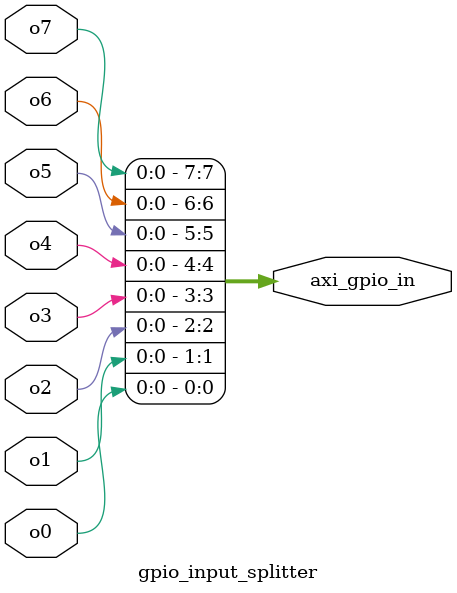
<source format=v>
`timescale 1ns / 1ps


module gpio_input_splitter(
    output [7:0] axi_gpio_in,
    input o0,
    input o1,
    input o2,
    input o3,
    input o4,
    input o5,
    input o6,
    input o7
    );
    
    assign axi_gpio_in[0] = o0;
    assign axi_gpio_in[1] = o1;
    assign axi_gpio_in[2] = o2;
    assign axi_gpio_in[3] = o3;
    assign axi_gpio_in[4] = o4;
    assign axi_gpio_in[5] = o5;
    assign axi_gpio_in[6] = o6;
    assign axi_gpio_in[7] = o7;
    
endmodule

</source>
